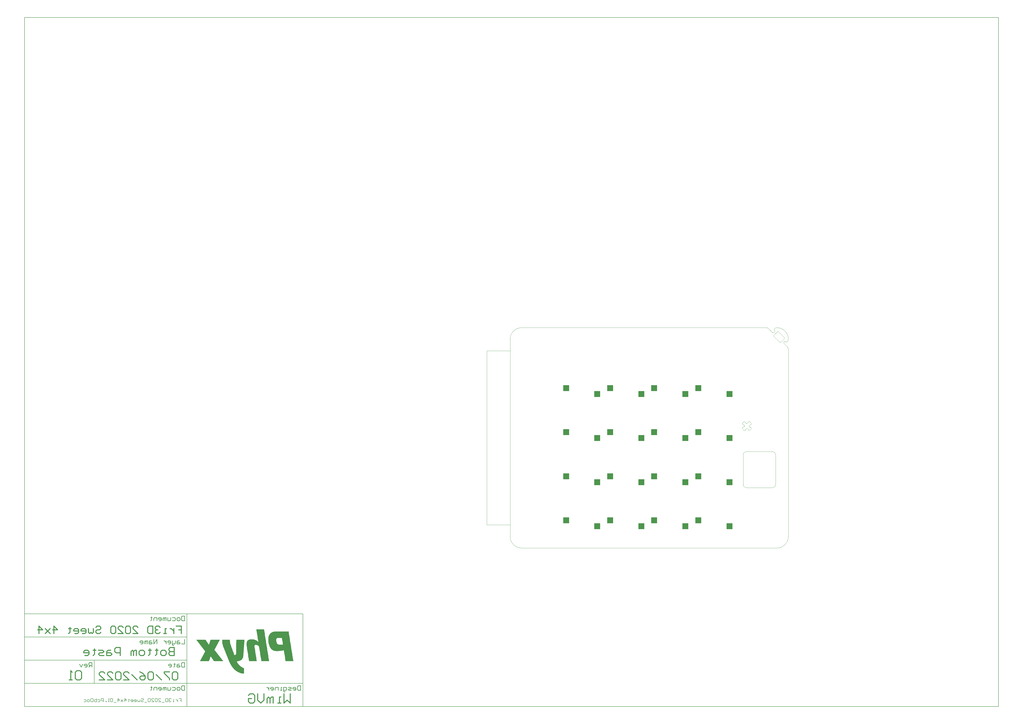
<source format=gbp>
G04*
G04 #@! TF.GenerationSoftware,Altium Limited,Altium Designer,22.6.0 (29)*
G04*
G04 Layer_Color=128*
%FSLAX25Y25*%
%MOIN*%
G70*
G04*
G04 #@! TF.SameCoordinates,49C09CC0-90A6-4759-90E3-BA1AF69BA4C5*
G04*
G04*
G04 #@! TF.FilePolarity,Positive*
G04*
G01*
G75*
%ADD12C,0.00787*%
%ADD14C,0.00394*%
%ADD16C,0.00984*%
%ADD17C,0.01575*%
%ADD62R,0.10039X0.09843*%
G36*
X67971Y-141778D02*
X66253D01*
Y-142065D01*
X65394D01*
Y-142351D01*
X64535D01*
Y-142637D01*
X63677D01*
Y-142924D01*
X63104D01*
Y-143210D01*
X62818D01*
Y-143496D01*
X62245D01*
Y-143783D01*
X61959D01*
Y-144069D01*
X61386D01*
Y-144355D01*
X61100D01*
Y-144641D01*
X60813D01*
Y-144928D01*
X60527D01*
Y-145214D01*
X60241D01*
Y-145501D01*
X59955D01*
Y-145787D01*
X59668D01*
Y-146073D01*
Y-146359D01*
X59382D01*
Y-146646D01*
X59096D01*
Y-146932D01*
Y-147218D01*
X58809D01*
Y-147505D01*
X58523D01*
Y-147791D01*
Y-148077D01*
X58237D01*
Y-148364D01*
Y-148650D01*
Y-148936D01*
X57950D01*
Y-149223D01*
Y-149509D01*
Y-149795D01*
X57664D01*
Y-150082D01*
Y-150368D01*
Y-150654D01*
Y-150940D01*
X57378D01*
Y-151227D01*
Y-151513D01*
Y-151799D01*
Y-152086D01*
Y-152372D01*
X57091D01*
Y-152658D01*
Y-152945D01*
Y-153231D01*
Y-153517D01*
Y-153804D01*
Y-154090D01*
Y-154376D01*
Y-154663D01*
Y-154949D01*
Y-155235D01*
Y-155521D01*
Y-155808D01*
Y-156094D01*
Y-156380D01*
Y-156667D01*
Y-156953D01*
Y-157239D01*
Y-157526D01*
Y-157812D01*
Y-158098D01*
X57378D01*
Y-158385D01*
Y-158671D01*
Y-158957D01*
Y-159244D01*
Y-159530D01*
Y-159816D01*
Y-160102D01*
X57664D01*
Y-160389D01*
Y-160675D01*
Y-160961D01*
Y-161248D01*
Y-161534D01*
X57950D01*
Y-161820D01*
Y-162107D01*
Y-162393D01*
Y-162679D01*
Y-162966D01*
X58237D01*
Y-163252D01*
Y-163538D01*
Y-163824D01*
X58523D01*
Y-164111D01*
Y-164397D01*
Y-164683D01*
Y-164970D01*
X58809D01*
Y-165256D01*
Y-165542D01*
Y-165829D01*
X59096D01*
Y-166115D01*
Y-166401D01*
X59382D01*
Y-166688D01*
Y-166974D01*
Y-167260D01*
X59668D01*
Y-167547D01*
Y-167833D01*
X59955D01*
Y-168119D01*
Y-168405D01*
X60241D01*
Y-168692D01*
Y-168978D01*
X60527D01*
Y-169264D01*
X60813D01*
Y-169551D01*
Y-169837D01*
X61100D01*
Y-170123D01*
X61386D01*
Y-170410D01*
X61672D01*
Y-170696D01*
Y-170982D01*
X61959D01*
Y-171269D01*
X62245D01*
Y-171555D01*
X62531D01*
Y-171841D01*
X62818D01*
Y-172127D01*
X63104D01*
Y-172414D01*
X63677D01*
Y-172700D01*
X63963D01*
Y-172986D01*
X64535D01*
Y-173273D01*
X64822D01*
Y-173559D01*
X65394D01*
Y-173845D01*
X66253D01*
Y-174132D01*
X67112D01*
Y-174418D01*
X67971D01*
Y-174704D01*
X69689D01*
Y-174991D01*
X74843D01*
Y-174704D01*
X77420D01*
Y-174418D01*
X79424D01*
Y-174132D01*
X80855D01*
Y-173845D01*
X82287D01*
Y-173559D01*
X83719D01*
Y-173845D01*
Y-174132D01*
Y-174418D01*
Y-174704D01*
Y-174991D01*
Y-175277D01*
Y-175563D01*
X84005D01*
Y-175850D01*
Y-176136D01*
Y-176422D01*
Y-176709D01*
Y-176995D01*
Y-177281D01*
X84291D01*
Y-177568D01*
Y-177854D01*
Y-178140D01*
Y-178426D01*
Y-178713D01*
Y-178999D01*
X84577D01*
Y-179285D01*
Y-179572D01*
Y-179858D01*
Y-180144D01*
Y-180431D01*
Y-180717D01*
Y-181003D01*
X84864D01*
Y-181290D01*
Y-181576D01*
Y-181862D01*
Y-182149D01*
Y-182435D01*
Y-182721D01*
X85150D01*
Y-183007D01*
Y-183294D01*
Y-183580D01*
Y-183866D01*
Y-184153D01*
Y-184439D01*
X85436D01*
Y-184725D01*
Y-185012D01*
Y-185298D01*
Y-185584D01*
Y-185871D01*
Y-186157D01*
Y-186443D01*
X85723D01*
Y-186730D01*
Y-187016D01*
Y-187302D01*
Y-187588D01*
Y-187875D01*
Y-188161D01*
X86009D01*
Y-188447D01*
Y-188734D01*
Y-189020D01*
Y-189306D01*
Y-189593D01*
Y-189879D01*
X86295D01*
Y-190165D01*
Y-190452D01*
Y-190738D01*
Y-191024D01*
Y-191311D01*
Y-191597D01*
Y-191883D01*
X99752D01*
Y-191597D01*
X99466D01*
Y-191311D01*
Y-191024D01*
Y-190738D01*
Y-190452D01*
Y-190165D01*
X99179D01*
Y-189879D01*
Y-189593D01*
Y-189306D01*
Y-189020D01*
Y-188734D01*
Y-188447D01*
Y-188161D01*
X98893D01*
Y-187875D01*
Y-187588D01*
Y-187302D01*
Y-187016D01*
Y-186730D01*
Y-186443D01*
X98607D01*
Y-186157D01*
Y-185871D01*
Y-185584D01*
Y-185298D01*
Y-185012D01*
Y-184725D01*
X98320D01*
Y-184439D01*
Y-184153D01*
Y-183866D01*
Y-183580D01*
Y-183294D01*
Y-183007D01*
Y-182721D01*
X98034D01*
Y-182435D01*
Y-182149D01*
Y-181862D01*
Y-181576D01*
Y-181290D01*
Y-181003D01*
X97748D01*
Y-180717D01*
Y-180431D01*
Y-180144D01*
Y-179858D01*
Y-179572D01*
Y-179285D01*
X97461D01*
Y-178999D01*
Y-178713D01*
Y-178426D01*
Y-178140D01*
Y-177854D01*
Y-177568D01*
X97175D01*
Y-177281D01*
Y-176995D01*
Y-176709D01*
Y-176422D01*
Y-176136D01*
Y-175850D01*
Y-175563D01*
X96889D01*
Y-175277D01*
Y-174991D01*
Y-174704D01*
Y-174418D01*
Y-174132D01*
Y-173845D01*
X96602D01*
Y-173559D01*
Y-173273D01*
Y-172986D01*
Y-172700D01*
Y-172414D01*
Y-172127D01*
X96316D01*
Y-171841D01*
Y-171555D01*
Y-171269D01*
Y-170982D01*
Y-170696D01*
Y-170410D01*
X96030D01*
Y-170123D01*
Y-169837D01*
Y-169551D01*
Y-169264D01*
Y-168978D01*
Y-168692D01*
Y-168405D01*
X95744D01*
Y-168119D01*
Y-167833D01*
Y-167547D01*
Y-167260D01*
Y-166974D01*
Y-166688D01*
X95457D01*
Y-166401D01*
Y-166115D01*
Y-165829D01*
Y-165542D01*
Y-165256D01*
Y-164970D01*
X95171D01*
Y-164683D01*
Y-164397D01*
Y-164111D01*
Y-163824D01*
Y-163538D01*
Y-163252D01*
Y-162966D01*
X94885D01*
Y-162679D01*
Y-162393D01*
Y-162107D01*
Y-161820D01*
Y-161534D01*
Y-161248D01*
X94598D01*
Y-160961D01*
Y-160675D01*
Y-160389D01*
Y-160102D01*
Y-159816D01*
Y-159530D01*
X94312D01*
Y-159244D01*
Y-158957D01*
Y-158671D01*
Y-158385D01*
Y-158098D01*
Y-157812D01*
X94026D01*
Y-157526D01*
Y-157239D01*
Y-156953D01*
Y-156667D01*
Y-156380D01*
Y-156094D01*
Y-155808D01*
X93739D01*
Y-155521D01*
Y-155235D01*
Y-154949D01*
Y-154663D01*
Y-154376D01*
Y-154090D01*
X93453D01*
Y-153804D01*
Y-153517D01*
Y-153231D01*
Y-152945D01*
Y-152658D01*
Y-152372D01*
X93167D01*
Y-152086D01*
Y-151799D01*
Y-151513D01*
Y-151227D01*
Y-150940D01*
Y-150654D01*
Y-150368D01*
X92880D01*
Y-150082D01*
Y-149795D01*
Y-149509D01*
Y-149223D01*
Y-148936D01*
Y-148650D01*
X92594D01*
Y-148364D01*
Y-148077D01*
Y-147791D01*
Y-147505D01*
Y-147218D01*
Y-146932D01*
X92308D01*
Y-146646D01*
Y-146359D01*
Y-146073D01*
Y-145787D01*
Y-145501D01*
Y-145214D01*
Y-144928D01*
X92022D01*
Y-144641D01*
Y-144355D01*
Y-144069D01*
Y-143783D01*
Y-143496D01*
Y-143210D01*
X91735D01*
Y-142924D01*
Y-142637D01*
Y-142351D01*
Y-142065D01*
Y-141778D01*
Y-141492D01*
X67971D01*
Y-141778D01*
D02*
G37*
G36*
X36763Y-138343D02*
Y-138629D01*
X37049D01*
Y-138915D01*
Y-139202D01*
Y-139488D01*
Y-139774D01*
Y-140060D01*
Y-140347D01*
X37336D01*
Y-140633D01*
Y-140919D01*
Y-141206D01*
Y-141492D01*
Y-141778D01*
Y-142065D01*
X37622D01*
Y-142351D01*
Y-142637D01*
Y-142924D01*
Y-143210D01*
Y-143496D01*
Y-143783D01*
Y-144069D01*
X37908D01*
Y-144355D01*
Y-144641D01*
Y-144928D01*
Y-145214D01*
Y-145501D01*
Y-145787D01*
X38195D01*
Y-146073D01*
Y-146359D01*
Y-146646D01*
Y-146932D01*
Y-147218D01*
Y-147505D01*
X38481D01*
Y-147791D01*
Y-148077D01*
Y-148364D01*
Y-148650D01*
Y-148936D01*
Y-149223D01*
Y-149509D01*
X38767D01*
Y-149795D01*
Y-150082D01*
Y-150368D01*
Y-150654D01*
Y-150940D01*
Y-151227D01*
X39054D01*
Y-151513D01*
Y-151799D01*
Y-152086D01*
Y-152372D01*
Y-152658D01*
Y-152945D01*
X39340D01*
Y-153231D01*
Y-153517D01*
Y-153804D01*
Y-154090D01*
Y-154376D01*
Y-154663D01*
X39626D01*
Y-154949D01*
Y-155235D01*
Y-155521D01*
Y-155808D01*
Y-156094D01*
Y-156380D01*
Y-156667D01*
X39913D01*
Y-156953D01*
Y-157239D01*
Y-157526D01*
Y-157812D01*
Y-158098D01*
Y-158385D01*
X40199D01*
Y-158671D01*
Y-158957D01*
X39626D01*
Y-158671D01*
X39340D01*
Y-158385D01*
X39054D01*
Y-158098D01*
X38481D01*
Y-157812D01*
X38195D01*
Y-157526D01*
X37908D01*
Y-157239D01*
X37336D01*
Y-156953D01*
X36763D01*
Y-156667D01*
X36477D01*
Y-156380D01*
X35904D01*
Y-156094D01*
X35045D01*
Y-155808D01*
X34473D01*
Y-155521D01*
X33614D01*
Y-155235D01*
X32182D01*
Y-154949D01*
X25883D01*
Y-155235D01*
X24738D01*
Y-155521D01*
X23879D01*
Y-155808D01*
X23306D01*
Y-156094D01*
X23020D01*
Y-156380D01*
X22447D01*
Y-156667D01*
X22161D01*
Y-156953D01*
X21875D01*
Y-157239D01*
X21589D01*
Y-157526D01*
X21302D01*
Y-157812D01*
Y-158098D01*
X21016D01*
Y-158385D01*
Y-158671D01*
X20730D01*
Y-158957D01*
Y-159244D01*
Y-159530D01*
X20443D01*
Y-159816D01*
Y-160102D01*
Y-160389D01*
Y-160675D01*
X20157D01*
Y-160961D01*
Y-161248D01*
Y-161534D01*
Y-161820D01*
Y-162107D01*
Y-162393D01*
Y-162679D01*
Y-162966D01*
Y-163252D01*
Y-163538D01*
Y-163824D01*
Y-164111D01*
Y-164397D01*
Y-164683D01*
Y-164970D01*
Y-165256D01*
Y-165542D01*
Y-165829D01*
X20443D01*
Y-166115D01*
Y-166401D01*
Y-166688D01*
Y-166974D01*
Y-167260D01*
Y-167547D01*
Y-167833D01*
X20730D01*
Y-168119D01*
Y-168405D01*
Y-168692D01*
Y-168978D01*
Y-169264D01*
Y-169551D01*
Y-169837D01*
X21016D01*
Y-170123D01*
Y-170410D01*
Y-170696D01*
Y-170982D01*
Y-171269D01*
Y-171555D01*
X21302D01*
Y-171841D01*
Y-172127D01*
Y-172414D01*
Y-172700D01*
Y-172986D01*
Y-173273D01*
X21589D01*
Y-173559D01*
Y-173845D01*
Y-174132D01*
Y-174418D01*
Y-174704D01*
Y-174991D01*
X21875D01*
Y-175277D01*
Y-175563D01*
Y-175850D01*
Y-176136D01*
Y-176422D01*
Y-176709D01*
Y-176995D01*
X22161D01*
Y-177281D01*
Y-177568D01*
Y-177854D01*
Y-178140D01*
Y-178426D01*
Y-178713D01*
X22447D01*
Y-178999D01*
Y-179285D01*
Y-179572D01*
Y-179858D01*
Y-180144D01*
Y-180431D01*
X22734D01*
Y-180717D01*
Y-181003D01*
Y-181290D01*
Y-181576D01*
Y-181862D01*
Y-182149D01*
Y-182435D01*
X23020D01*
Y-182721D01*
Y-183007D01*
Y-183294D01*
Y-183580D01*
Y-183866D01*
Y-184153D01*
X23306D01*
Y-184439D01*
Y-184725D01*
Y-185012D01*
Y-185298D01*
Y-185584D01*
Y-185871D01*
X23593D01*
Y-186157D01*
Y-186443D01*
Y-186730D01*
Y-187016D01*
Y-187302D01*
Y-187588D01*
X23879D01*
Y-187875D01*
Y-188161D01*
Y-188447D01*
Y-188734D01*
Y-189020D01*
Y-189306D01*
Y-189593D01*
X24165D01*
Y-189879D01*
Y-190165D01*
Y-190452D01*
Y-190738D01*
Y-191024D01*
Y-191311D01*
X24452D01*
Y-191597D01*
Y-191883D01*
X37622D01*
Y-191597D01*
Y-191311D01*
X37336D01*
Y-191024D01*
Y-190738D01*
Y-190452D01*
Y-190165D01*
Y-189879D01*
Y-189593D01*
X37049D01*
Y-189306D01*
Y-189020D01*
Y-188734D01*
Y-188447D01*
Y-188161D01*
Y-187875D01*
Y-187588D01*
X36763D01*
Y-187302D01*
Y-187016D01*
Y-186730D01*
Y-186443D01*
Y-186157D01*
Y-185871D01*
X36477D01*
Y-185584D01*
Y-185298D01*
Y-185012D01*
Y-184725D01*
Y-184439D01*
Y-184153D01*
X36191D01*
Y-183866D01*
Y-183580D01*
Y-183294D01*
Y-183007D01*
Y-182721D01*
Y-182435D01*
Y-182149D01*
X35904D01*
Y-181862D01*
Y-181576D01*
Y-181290D01*
Y-181003D01*
Y-180717D01*
Y-180431D01*
X35618D01*
Y-180144D01*
Y-179858D01*
Y-179572D01*
Y-179285D01*
Y-178999D01*
Y-178713D01*
Y-178426D01*
X35332D01*
Y-178140D01*
Y-177854D01*
Y-177568D01*
Y-177281D01*
Y-176995D01*
Y-176709D01*
X35045D01*
Y-176422D01*
Y-176136D01*
Y-175850D01*
Y-175563D01*
Y-175277D01*
Y-174991D01*
X34759D01*
Y-174704D01*
Y-174418D01*
Y-174132D01*
Y-173845D01*
Y-173559D01*
Y-173273D01*
X34473D01*
Y-172986D01*
Y-172700D01*
Y-172414D01*
Y-172127D01*
Y-171841D01*
Y-171555D01*
Y-171269D01*
X34186D01*
Y-170982D01*
Y-170696D01*
Y-170410D01*
Y-170123D01*
Y-169837D01*
Y-169551D01*
X33900D01*
Y-169264D01*
Y-168978D01*
Y-168692D01*
Y-168405D01*
Y-168119D01*
Y-167833D01*
Y-167547D01*
X33614D01*
Y-167260D01*
Y-166974D01*
Y-166688D01*
Y-166401D01*
Y-166115D01*
Y-165829D01*
X33900D01*
Y-165542D01*
Y-165256D01*
X34186D01*
Y-164970D01*
X34473D01*
Y-164683D01*
X35045D01*
Y-164397D01*
X36763D01*
Y-164683D01*
X38195D01*
Y-164970D01*
X39054D01*
Y-165256D01*
X39626D01*
Y-165542D01*
X39913D01*
Y-165829D01*
X40485D01*
Y-166115D01*
X40771D01*
Y-166401D01*
X41058D01*
Y-166688D01*
Y-166974D01*
X41344D01*
Y-167260D01*
Y-167547D01*
Y-167833D01*
X41631D01*
Y-168119D01*
Y-168405D01*
Y-168692D01*
Y-168978D01*
Y-169264D01*
Y-169551D01*
X41917D01*
Y-169837D01*
Y-170123D01*
Y-170410D01*
Y-170696D01*
Y-170982D01*
Y-171269D01*
Y-171555D01*
X42203D01*
Y-171841D01*
Y-172127D01*
Y-172414D01*
Y-172700D01*
Y-172986D01*
Y-173273D01*
X42489D01*
Y-173559D01*
Y-173845D01*
Y-174132D01*
Y-174418D01*
Y-174704D01*
Y-174991D01*
X42776D01*
Y-175277D01*
Y-175563D01*
Y-175850D01*
Y-176136D01*
Y-176422D01*
Y-176709D01*
X43062D01*
Y-176995D01*
Y-177281D01*
Y-177568D01*
Y-177854D01*
Y-178140D01*
Y-178426D01*
Y-178713D01*
X43348D01*
Y-178999D01*
Y-179285D01*
Y-179572D01*
Y-179858D01*
Y-180144D01*
Y-180431D01*
X43635D01*
Y-180717D01*
Y-181003D01*
Y-181290D01*
Y-181576D01*
Y-181862D01*
Y-182149D01*
X43921D01*
Y-182435D01*
Y-182721D01*
Y-183007D01*
Y-183294D01*
Y-183580D01*
Y-183866D01*
Y-184153D01*
X44207D01*
Y-184439D01*
Y-184725D01*
Y-185012D01*
Y-185298D01*
Y-185584D01*
Y-185871D01*
X44494D01*
Y-186157D01*
Y-186443D01*
Y-186730D01*
Y-187016D01*
Y-187302D01*
Y-187588D01*
X44780D01*
Y-187875D01*
Y-188161D01*
Y-188447D01*
Y-188734D01*
Y-189020D01*
Y-189306D01*
X45066D01*
Y-189593D01*
Y-189879D01*
Y-190165D01*
Y-190452D01*
Y-190738D01*
Y-191024D01*
Y-191311D01*
X45353D01*
Y-191597D01*
Y-191883D01*
X58523D01*
Y-191597D01*
Y-191311D01*
X58237D01*
Y-191024D01*
Y-190738D01*
Y-190452D01*
Y-190165D01*
Y-189879D01*
Y-189593D01*
Y-189306D01*
X57950D01*
Y-189020D01*
Y-188734D01*
Y-188447D01*
Y-188161D01*
Y-187875D01*
Y-187588D01*
X57664D01*
Y-187302D01*
Y-187016D01*
Y-186730D01*
Y-186443D01*
Y-186157D01*
Y-185871D01*
X57378D01*
Y-185584D01*
Y-185298D01*
Y-185012D01*
Y-184725D01*
Y-184439D01*
Y-184153D01*
Y-183866D01*
X57091D01*
Y-183580D01*
Y-183294D01*
Y-183007D01*
Y-182721D01*
Y-182435D01*
Y-182149D01*
X56805D01*
Y-181862D01*
Y-181576D01*
Y-181290D01*
Y-181003D01*
Y-180717D01*
Y-180431D01*
X56519D01*
Y-180144D01*
Y-179858D01*
Y-179572D01*
Y-179285D01*
Y-178999D01*
Y-178713D01*
X56232D01*
Y-178426D01*
Y-178140D01*
Y-177854D01*
Y-177568D01*
Y-177281D01*
Y-176995D01*
Y-176709D01*
X55946D01*
Y-176422D01*
Y-176136D01*
Y-175850D01*
Y-175563D01*
Y-175277D01*
Y-174991D01*
X55660D01*
Y-174704D01*
Y-174418D01*
Y-174132D01*
Y-173845D01*
Y-173559D01*
Y-173273D01*
X55374D01*
Y-172986D01*
Y-172700D01*
Y-172414D01*
Y-172127D01*
Y-171841D01*
Y-171555D01*
Y-171269D01*
X55087D01*
Y-170982D01*
Y-170696D01*
Y-170410D01*
Y-170123D01*
Y-169837D01*
Y-169551D01*
X54801D01*
Y-169264D01*
Y-168978D01*
Y-168692D01*
Y-168405D01*
Y-168119D01*
Y-167833D01*
X54514D01*
Y-167547D01*
Y-167260D01*
Y-166974D01*
Y-166688D01*
Y-166401D01*
Y-166115D01*
X54228D01*
Y-165829D01*
Y-165542D01*
Y-165256D01*
Y-164970D01*
Y-164683D01*
Y-164397D01*
Y-164111D01*
X53942D01*
Y-163824D01*
Y-163538D01*
Y-163252D01*
Y-162966D01*
Y-162679D01*
Y-162393D01*
X53656D01*
Y-162107D01*
Y-161820D01*
Y-161534D01*
Y-161248D01*
Y-160961D01*
Y-160675D01*
X53369D01*
Y-160389D01*
Y-160102D01*
Y-159816D01*
Y-159530D01*
Y-159244D01*
Y-158957D01*
X53083D01*
Y-158671D01*
Y-158385D01*
Y-158098D01*
Y-157812D01*
Y-157526D01*
Y-157239D01*
Y-156953D01*
X52797D01*
Y-156667D01*
Y-156380D01*
Y-156094D01*
Y-155808D01*
Y-155521D01*
Y-155235D01*
X52510D01*
Y-154949D01*
Y-154663D01*
Y-154376D01*
Y-154090D01*
Y-153804D01*
Y-153517D01*
X52224D01*
Y-153231D01*
Y-152945D01*
Y-152658D01*
Y-152372D01*
Y-152086D01*
Y-151799D01*
Y-151513D01*
X51938D01*
Y-151227D01*
Y-150940D01*
Y-150654D01*
Y-150368D01*
Y-150082D01*
Y-149795D01*
X51651D01*
Y-149509D01*
Y-149223D01*
Y-148936D01*
Y-148650D01*
Y-148364D01*
Y-148077D01*
X51365D01*
Y-147791D01*
Y-147505D01*
Y-147218D01*
Y-146932D01*
Y-146646D01*
Y-146359D01*
X51079D01*
Y-146073D01*
Y-145787D01*
Y-145501D01*
Y-145214D01*
Y-144928D01*
Y-144641D01*
Y-144355D01*
X50792D01*
Y-144069D01*
Y-143783D01*
Y-143496D01*
Y-143210D01*
Y-142924D01*
Y-142637D01*
X50506D01*
Y-142351D01*
Y-142065D01*
Y-141778D01*
Y-141492D01*
Y-141206D01*
Y-140919D01*
X50220D01*
Y-140633D01*
Y-140347D01*
Y-140060D01*
Y-139774D01*
Y-139488D01*
Y-139202D01*
Y-138915D01*
X49934D01*
Y-138629D01*
Y-138343D01*
Y-138056D01*
X36763D01*
Y-138343D01*
D02*
G37*
G36*
X-65164Y-155808D02*
X-64878D01*
Y-156094D01*
X-64592D01*
Y-156380D01*
Y-156667D01*
X-64305D01*
Y-156953D01*
X-64019D01*
Y-157239D01*
X-63733D01*
Y-157526D01*
Y-157812D01*
X-63446D01*
Y-158098D01*
X-63160D01*
Y-158385D01*
X-62874D01*
Y-158671D01*
X-62587D01*
Y-158957D01*
Y-159244D01*
X-62301D01*
Y-159530D01*
X-62015D01*
Y-159816D01*
X-61729D01*
Y-160102D01*
Y-160389D01*
X-61442D01*
Y-160675D01*
X-61156D01*
Y-160961D01*
X-60869D01*
Y-161248D01*
X-60583D01*
Y-161534D01*
Y-161820D01*
X-60297D01*
Y-162107D01*
X-60011D01*
Y-162393D01*
X-59724D01*
Y-162679D01*
Y-162966D01*
X-59438D01*
Y-163252D01*
X-59152D01*
Y-163538D01*
X-58865D01*
Y-163824D01*
Y-164111D01*
X-58579D01*
Y-164397D01*
X-58293D01*
Y-164683D01*
X-58006D01*
Y-164970D01*
X-57720D01*
Y-165256D01*
Y-165542D01*
X-57434D01*
Y-165829D01*
X-57148D01*
Y-166115D01*
X-56861D01*
Y-166401D01*
Y-166688D01*
X-56575D01*
Y-166974D01*
X-56288D01*
Y-167260D01*
X-56002D01*
Y-167547D01*
Y-167833D01*
X-55716D01*
Y-168119D01*
X-55430D01*
Y-168405D01*
X-55143D01*
Y-168692D01*
X-54857D01*
Y-168978D01*
Y-169264D01*
X-54571D01*
Y-169551D01*
X-54284D01*
Y-169837D01*
X-53998D01*
Y-170123D01*
Y-170410D01*
X-53712D01*
Y-170696D01*
X-53425D01*
Y-170982D01*
X-53139D01*
Y-171269D01*
Y-171555D01*
X-52853D01*
Y-171841D01*
X-52566D01*
Y-172127D01*
X-52280D01*
Y-172414D01*
X-51994D01*
Y-172700D01*
Y-172986D01*
X-51708D01*
Y-173273D01*
X-51421D01*
Y-173559D01*
X-51135D01*
Y-173845D01*
Y-174132D01*
X-50849D01*
Y-174418D01*
X-50562D01*
Y-174704D01*
X-50276D01*
Y-174991D01*
X-49990D01*
Y-175277D01*
Y-175563D01*
X-50276D01*
Y-175850D01*
Y-176136D01*
X-50562D01*
Y-176422D01*
Y-176709D01*
X-50849D01*
Y-176995D01*
X-51135D01*
Y-177281D01*
Y-177568D01*
X-51421D01*
Y-177854D01*
Y-178140D01*
X-51708D01*
Y-178426D01*
Y-178713D01*
X-51994D01*
Y-178999D01*
Y-179285D01*
X-52280D01*
Y-179572D01*
Y-179858D01*
X-52566D01*
Y-180144D01*
Y-180431D01*
X-52853D01*
Y-180717D01*
Y-181003D01*
X-53139D01*
Y-181290D01*
Y-181576D01*
X-53425D01*
Y-181862D01*
X-53712D01*
Y-182149D01*
Y-182435D01*
X-53998D01*
Y-182721D01*
Y-183007D01*
X-54284D01*
Y-183294D01*
Y-183580D01*
X-54571D01*
Y-183866D01*
Y-184153D01*
X-54857D01*
Y-184439D01*
Y-184725D01*
X-55143D01*
Y-185012D01*
Y-185298D01*
X-55430D01*
Y-185584D01*
Y-185871D01*
X-55716D01*
Y-186157D01*
X-56002D01*
Y-186443D01*
Y-186730D01*
X-56288D01*
Y-187016D01*
Y-187302D01*
X-56575D01*
Y-187588D01*
Y-187875D01*
X-56861D01*
Y-188161D01*
Y-188447D01*
X-57148D01*
Y-188734D01*
Y-189020D01*
X-57434D01*
Y-189306D01*
Y-189593D01*
X-57720D01*
Y-189879D01*
Y-190165D01*
X-58006D01*
Y-190452D01*
X-58293D01*
Y-190738D01*
Y-191024D01*
X-58579D01*
Y-191311D01*
Y-191597D01*
X-58865D01*
Y-191883D01*
X-43691D01*
Y-191597D01*
X-43404D01*
Y-191311D01*
Y-191024D01*
Y-190738D01*
X-43118D01*
Y-190452D01*
Y-190165D01*
Y-189879D01*
X-42832D01*
Y-189593D01*
Y-189306D01*
X-42546D01*
Y-189020D01*
Y-188734D01*
Y-188447D01*
X-42259D01*
Y-188161D01*
Y-187875D01*
Y-187588D01*
X-41973D01*
Y-187302D01*
Y-187016D01*
X-41687D01*
Y-186730D01*
Y-186443D01*
Y-186157D01*
X-41400D01*
Y-185871D01*
Y-185584D01*
Y-185298D01*
X-41114D01*
Y-185012D01*
Y-184725D01*
Y-184439D01*
X-40828D01*
Y-184153D01*
X-40255D01*
Y-184439D01*
Y-184725D01*
X-39969D01*
Y-185012D01*
X-39682D01*
Y-185298D01*
Y-185584D01*
X-39396D01*
Y-185871D01*
X-39110D01*
Y-186157D01*
Y-186443D01*
X-38823D01*
Y-186730D01*
X-38537D01*
Y-187016D01*
Y-187302D01*
X-38251D01*
Y-187588D01*
X-37964D01*
Y-187875D01*
X-37678D01*
Y-188161D01*
Y-188447D01*
X-37392D01*
Y-188734D01*
X-37106D01*
Y-189020D01*
Y-189306D01*
X-36819D01*
Y-189593D01*
X-36533D01*
Y-189879D01*
Y-190165D01*
X-36247D01*
Y-190452D01*
X-35960D01*
Y-190738D01*
Y-191024D01*
X-35674D01*
Y-191311D01*
X-35388D01*
Y-191597D01*
Y-191883D01*
X-19354D01*
Y-191597D01*
X-19640D01*
Y-191311D01*
X-19927D01*
Y-191024D01*
X-20213D01*
Y-190738D01*
X-20499D01*
Y-190452D01*
Y-190165D01*
X-20786D01*
Y-189879D01*
X-21072D01*
Y-189593D01*
X-21358D01*
Y-189306D01*
X-21645D01*
Y-189020D01*
Y-188734D01*
X-21931D01*
Y-188447D01*
X-22217D01*
Y-188161D01*
X-22504D01*
Y-187875D01*
Y-187588D01*
X-22790D01*
Y-187302D01*
X-23076D01*
Y-187016D01*
X-23362D01*
Y-186730D01*
X-23649D01*
Y-186443D01*
Y-186157D01*
X-23935D01*
Y-185871D01*
X-24221D01*
Y-185584D01*
X-24508D01*
Y-185298D01*
X-24794D01*
Y-185012D01*
Y-184725D01*
X-25080D01*
Y-184439D01*
X-25367D01*
Y-184153D01*
X-25653D01*
Y-183866D01*
Y-183580D01*
X-25939D01*
Y-183294D01*
X-26226D01*
Y-183007D01*
X-26512D01*
Y-182721D01*
X-26798D01*
Y-182435D01*
Y-182149D01*
X-27085D01*
Y-181862D01*
X-27371D01*
Y-181576D01*
X-27657D01*
Y-181290D01*
Y-181003D01*
X-27944D01*
Y-180717D01*
X-28230D01*
Y-180431D01*
X-28516D01*
Y-180144D01*
X-28802D01*
Y-179858D01*
Y-179572D01*
X-29089D01*
Y-179285D01*
X-29375D01*
Y-178999D01*
X-29661D01*
Y-178713D01*
Y-178426D01*
X-29948D01*
Y-178140D01*
X-30234D01*
Y-177854D01*
X-30520D01*
Y-177568D01*
X-30807D01*
Y-177281D01*
Y-176995D01*
X-31093D01*
Y-176709D01*
X-31379D01*
Y-176422D01*
X-31666D01*
Y-176136D01*
X-31952D01*
Y-175850D01*
Y-175563D01*
X-32238D01*
Y-175277D01*
X-32524D01*
Y-174991D01*
X-32811D01*
Y-174704D01*
Y-174418D01*
X-33097D01*
Y-174132D01*
X-33384D01*
Y-173845D01*
X-33670D01*
Y-173559D01*
X-33956D01*
Y-173273D01*
Y-172986D01*
X-34242D01*
Y-172700D01*
Y-172414D01*
Y-172127D01*
X-33956D01*
Y-171841D01*
X-33670D01*
Y-171555D01*
Y-171269D01*
X-33384D01*
Y-170982D01*
Y-170696D01*
X-33097D01*
Y-170410D01*
Y-170123D01*
X-32811D01*
Y-169837D01*
Y-169551D01*
X-32524D01*
Y-169264D01*
Y-168978D01*
X-32238D01*
Y-168692D01*
Y-168405D01*
X-31952D01*
Y-168119D01*
X-31666D01*
Y-167833D01*
Y-167547D01*
X-31379D01*
Y-167260D01*
Y-166974D01*
X-31093D01*
Y-166688D01*
Y-166401D01*
X-30807D01*
Y-166115D01*
Y-165829D01*
X-30520D01*
Y-165542D01*
Y-165256D01*
X-30234D01*
Y-164970D01*
Y-164683D01*
X-29948D01*
Y-164397D01*
X-29661D01*
Y-164111D01*
Y-163824D01*
X-29375D01*
Y-163538D01*
Y-163252D01*
X-29089D01*
Y-162966D01*
Y-162679D01*
X-28802D01*
Y-162393D01*
Y-162107D01*
X-28516D01*
Y-161820D01*
Y-161534D01*
X-28230D01*
Y-161248D01*
Y-160961D01*
X-27944D01*
Y-160675D01*
Y-160389D01*
X-27657D01*
Y-160102D01*
X-27371D01*
Y-159816D01*
Y-159530D01*
X-27085D01*
Y-159244D01*
Y-158957D01*
X-26798D01*
Y-158671D01*
Y-158385D01*
X-26512D01*
Y-158098D01*
Y-157812D01*
X-26226D01*
Y-157526D01*
Y-157239D01*
X-25939D01*
Y-156953D01*
Y-156667D01*
X-25653D01*
Y-156380D01*
X-25367D01*
Y-156094D01*
Y-155808D01*
X-25080D01*
Y-155521D01*
X-40828D01*
Y-155808D01*
X-41114D01*
Y-156094D01*
Y-156380D01*
Y-156667D01*
X-41400D01*
Y-156953D01*
Y-157239D01*
Y-157526D01*
X-41687D01*
Y-157812D01*
Y-158098D01*
Y-158385D01*
X-41973D01*
Y-158671D01*
Y-158957D01*
Y-159244D01*
X-42259D01*
Y-159530D01*
Y-159816D01*
Y-160102D01*
X-42546D01*
Y-160389D01*
Y-160675D01*
Y-160961D01*
X-42832D01*
Y-161248D01*
Y-161534D01*
Y-161820D01*
X-43118D01*
Y-162107D01*
Y-162393D01*
Y-162679D01*
X-43404D01*
Y-162966D01*
Y-163252D01*
Y-163538D01*
Y-163824D01*
X-43977D01*
Y-163538D01*
X-44263D01*
Y-163252D01*
X-44550D01*
Y-162966D01*
Y-162679D01*
X-44836D01*
Y-162393D01*
X-45122D01*
Y-162107D01*
Y-161820D01*
X-45409D01*
Y-161534D01*
X-45695D01*
Y-161248D01*
Y-160961D01*
X-45981D01*
Y-160675D01*
X-46268D01*
Y-160389D01*
Y-160102D01*
X-46554D01*
Y-159816D01*
X-46840D01*
Y-159530D01*
Y-159244D01*
X-47126D01*
Y-158957D01*
X-47413D01*
Y-158671D01*
Y-158385D01*
X-47699D01*
Y-158098D01*
X-47985D01*
Y-157812D01*
Y-157526D01*
X-48272D01*
Y-157239D01*
X-48558D01*
Y-156953D01*
Y-156667D01*
X-48844D01*
Y-156380D01*
X-49131D01*
Y-156094D01*
Y-155808D01*
X-49417D01*
Y-155521D01*
X-65164D01*
Y-155808D01*
D02*
G37*
G36*
X-21072D02*
Y-156094D01*
Y-156380D01*
Y-156667D01*
Y-156953D01*
Y-157239D01*
Y-157526D01*
Y-157812D01*
Y-158098D01*
Y-158385D01*
Y-158671D01*
Y-158957D01*
Y-159244D01*
Y-159530D01*
Y-159816D01*
Y-160102D01*
Y-160389D01*
Y-160675D01*
Y-160961D01*
Y-161248D01*
Y-161534D01*
X-20786D01*
Y-161820D01*
Y-162107D01*
Y-162393D01*
Y-162679D01*
Y-162966D01*
X-20499D01*
Y-163252D01*
Y-163538D01*
Y-163824D01*
Y-164111D01*
X-20213D01*
Y-164397D01*
Y-164683D01*
Y-164970D01*
Y-165256D01*
X-19927D01*
Y-165542D01*
Y-165829D01*
Y-166115D01*
X-19640D01*
Y-166401D01*
Y-166688D01*
Y-166974D01*
X-19354D01*
Y-167260D01*
Y-167547D01*
Y-167833D01*
X-19068D01*
Y-168119D01*
Y-168405D01*
Y-168692D01*
X-18781D01*
Y-168978D01*
Y-169264D01*
X-18495D01*
Y-169551D01*
Y-169837D01*
X-18209D01*
Y-170123D01*
Y-170410D01*
Y-170696D01*
X-17923D01*
Y-170982D01*
Y-171269D01*
X-17636D01*
Y-171555D01*
Y-171841D01*
Y-172127D01*
X-17350D01*
Y-172414D01*
Y-172700D01*
X-17064D01*
Y-172986D01*
Y-173273D01*
Y-173559D01*
X-16777D01*
Y-173845D01*
Y-174132D01*
X-16491D01*
Y-174418D01*
Y-174704D01*
Y-174991D01*
X-16205D01*
Y-175277D01*
Y-175563D01*
X-15918D01*
Y-175850D01*
Y-176136D01*
Y-176422D01*
X-15632D01*
Y-176709D01*
Y-176995D01*
X-15346D01*
Y-177281D01*
Y-177568D01*
Y-177854D01*
X-15059D01*
Y-178140D01*
Y-178426D01*
X-14773D01*
Y-178713D01*
Y-178999D01*
Y-179285D01*
X-14487D01*
Y-179572D01*
Y-179858D01*
X-14200D01*
Y-180144D01*
Y-180431D01*
Y-180717D01*
X-13914D01*
Y-181003D01*
Y-181290D01*
X-13628D01*
Y-181576D01*
Y-181862D01*
Y-182149D01*
X-13342D01*
Y-182435D01*
Y-182721D01*
X-13055D01*
Y-183007D01*
Y-183294D01*
Y-183580D01*
X-12769D01*
Y-183866D01*
Y-184153D01*
X-12483D01*
Y-184439D01*
Y-184725D01*
Y-185012D01*
X-12196D01*
Y-185298D01*
Y-185584D01*
X-11910D01*
Y-185871D01*
Y-186157D01*
Y-186443D01*
X-11624D01*
Y-186730D01*
Y-187016D01*
X-11337D01*
Y-187302D01*
Y-187588D01*
Y-187875D01*
X-11051D01*
Y-188161D01*
Y-188447D01*
X-10765D01*
Y-188734D01*
Y-189020D01*
Y-189306D01*
X-10479D01*
Y-189593D01*
Y-189879D01*
X-10192D01*
Y-190165D01*
Y-190452D01*
Y-190738D01*
X-9906D01*
Y-191024D01*
Y-191311D01*
X-9619D01*
Y-191597D01*
Y-191883D01*
Y-192169D01*
X-9333D01*
Y-192456D01*
Y-192742D01*
X-9047D01*
Y-193028D01*
Y-193315D01*
X-8761D01*
Y-193601D01*
Y-193887D01*
X-8474D01*
Y-194174D01*
Y-194460D01*
Y-194746D01*
X-8188D01*
Y-195033D01*
X-7902D01*
Y-195319D01*
Y-195605D01*
Y-195891D01*
X-7615D01*
Y-196178D01*
X-7329D01*
Y-196464D01*
Y-196750D01*
X-7043D01*
Y-197037D01*
Y-197323D01*
X-6756D01*
Y-197609D01*
Y-197896D01*
X-6470D01*
Y-198182D01*
Y-198468D01*
X-6184D01*
Y-198755D01*
X-5897D01*
Y-199041D01*
Y-199327D01*
X-5611D01*
Y-199614D01*
Y-199900D01*
X-5325D01*
Y-200186D01*
X-5038D01*
Y-200472D01*
X-4752D01*
Y-200759D01*
Y-201045D01*
X-4466D01*
Y-201331D01*
X-4180D01*
Y-201618D01*
Y-201904D01*
X-3893D01*
Y-202190D01*
X-3607D01*
Y-202477D01*
X-3321D01*
Y-202763D01*
Y-203049D01*
X-3034D01*
Y-203336D01*
X-2748D01*
Y-203622D01*
X-2462D01*
Y-203908D01*
X-2175D01*
Y-204195D01*
X-1889D01*
Y-204481D01*
Y-204767D01*
X-1603D01*
Y-205053D01*
X-1316D01*
Y-205340D01*
X-1030D01*
Y-205626D01*
X-744D01*
Y-205912D01*
X-458D01*
Y-206199D01*
X-171D01*
Y-206485D01*
X115D01*
Y-206771D01*
X688D01*
Y-207058D01*
X974D01*
Y-207344D01*
X1260D01*
Y-207630D01*
X1547D01*
Y-207917D01*
X1833D01*
Y-208203D01*
X2406D01*
Y-208489D01*
X2692D01*
Y-208776D01*
X3264D01*
Y-209062D01*
X3551D01*
Y-209348D01*
X4123D01*
Y-209634D01*
X4410D01*
Y-209921D01*
X4982D01*
Y-210207D01*
X5555D01*
Y-210493D01*
X6128D01*
Y-210780D01*
X6700D01*
Y-211066D01*
X7273D01*
Y-211352D01*
X8132D01*
Y-211639D01*
X8704D01*
Y-211925D01*
X9563D01*
Y-212211D01*
X10709D01*
Y-212498D01*
X11854D01*
Y-212784D01*
X13572D01*
Y-213070D01*
X15576D01*
Y-213357D01*
X15862D01*
Y-213070D01*
Y-212784D01*
Y-212498D01*
Y-212211D01*
Y-211925D01*
Y-211639D01*
Y-211352D01*
Y-211066D01*
Y-210780D01*
Y-210493D01*
Y-210207D01*
Y-209921D01*
Y-209634D01*
Y-209348D01*
Y-209062D01*
Y-208776D01*
Y-208489D01*
Y-208203D01*
Y-207917D01*
Y-207630D01*
Y-207344D01*
Y-207058D01*
Y-206771D01*
Y-206485D01*
Y-206199D01*
Y-205912D01*
Y-205626D01*
Y-205340D01*
Y-205053D01*
Y-204767D01*
Y-204481D01*
Y-204195D01*
Y-203908D01*
X15290D01*
Y-203622D01*
X14717D01*
Y-203336D01*
X14144D01*
Y-203049D01*
X13572D01*
Y-202763D01*
X12999D01*
Y-202477D01*
X12427D01*
Y-202190D01*
X12140D01*
Y-201904D01*
X11568D01*
Y-201618D01*
X11281D01*
Y-201331D01*
X10709D01*
Y-201045D01*
X10422D01*
Y-200759D01*
X10136D01*
Y-200472D01*
X9563D01*
Y-200186D01*
X9277D01*
Y-199900D01*
X8991D01*
Y-199614D01*
X8704D01*
Y-199327D01*
X8418D01*
Y-199041D01*
X8132D01*
Y-198755D01*
X7846D01*
Y-198468D01*
X7559D01*
Y-198182D01*
X7273D01*
Y-197896D01*
X6987D01*
Y-197609D01*
X6700D01*
Y-197323D01*
X6414D01*
Y-197037D01*
Y-196750D01*
X6128D01*
Y-196464D01*
X5841D01*
Y-196178D01*
X5555D01*
Y-195891D01*
Y-195605D01*
X5269D01*
Y-195319D01*
X4982D01*
Y-195033D01*
Y-194746D01*
X4696D01*
Y-194460D01*
Y-194174D01*
X4410D01*
Y-193887D01*
X4123D01*
Y-193601D01*
Y-193315D01*
X3837D01*
Y-193028D01*
Y-192742D01*
X3551D01*
Y-192456D01*
Y-192169D01*
X5269D01*
Y-191883D01*
X7273D01*
Y-191597D01*
X8418D01*
Y-191311D01*
X8991D01*
Y-191024D01*
X9850D01*
Y-190738D01*
X10422D01*
Y-190452D01*
X10709D01*
Y-190165D01*
X11281D01*
Y-189879D01*
X11568D01*
Y-189593D01*
X11854D01*
Y-189306D01*
X12140D01*
Y-189020D01*
X12427D01*
Y-188734D01*
X12713D01*
Y-188447D01*
Y-188161D01*
X12999D01*
Y-187875D01*
X13285D01*
Y-187588D01*
Y-187302D01*
X13572D01*
Y-187016D01*
Y-186730D01*
X13858D01*
Y-186443D01*
Y-186157D01*
X14144D01*
Y-185871D01*
Y-185584D01*
Y-185298D01*
X14431D01*
Y-185012D01*
Y-184725D01*
Y-184439D01*
Y-184153D01*
X14717D01*
Y-183866D01*
Y-183580D01*
Y-183294D01*
Y-183007D01*
Y-182721D01*
Y-182435D01*
Y-182149D01*
X15003D01*
Y-181862D01*
Y-181576D01*
Y-181290D01*
Y-181003D01*
Y-180717D01*
Y-180431D01*
Y-180144D01*
Y-179858D01*
Y-179572D01*
Y-179285D01*
Y-178999D01*
Y-178713D01*
Y-178426D01*
Y-178140D01*
Y-177854D01*
X15290D01*
Y-177568D01*
Y-177281D01*
Y-176995D01*
Y-176709D01*
Y-176422D01*
Y-176136D01*
Y-175850D01*
Y-175563D01*
Y-175277D01*
Y-174991D01*
Y-174704D01*
Y-174418D01*
Y-174132D01*
Y-173845D01*
Y-173559D01*
X15576D01*
Y-173273D01*
Y-172986D01*
Y-172700D01*
Y-172414D01*
Y-172127D01*
Y-171841D01*
Y-171555D01*
Y-171269D01*
Y-170982D01*
Y-170696D01*
Y-170410D01*
Y-170123D01*
Y-169837D01*
Y-169551D01*
Y-169264D01*
Y-168978D01*
X15862D01*
Y-168692D01*
Y-168405D01*
Y-168119D01*
Y-167833D01*
Y-167547D01*
Y-167260D01*
Y-166974D01*
Y-166688D01*
Y-166401D01*
Y-166115D01*
Y-165829D01*
Y-165542D01*
Y-165256D01*
Y-164970D01*
Y-164683D01*
Y-164397D01*
X16149D01*
Y-164111D01*
Y-163824D01*
Y-163538D01*
Y-163252D01*
Y-162966D01*
Y-162679D01*
Y-162393D01*
Y-162107D01*
Y-161820D01*
Y-161534D01*
Y-161248D01*
Y-160961D01*
Y-160675D01*
Y-160389D01*
X16435D01*
Y-160102D01*
Y-159816D01*
Y-159530D01*
Y-159244D01*
Y-158957D01*
Y-158671D01*
Y-158385D01*
Y-158098D01*
Y-157812D01*
Y-157526D01*
Y-157239D01*
Y-156953D01*
Y-156667D01*
Y-156380D01*
Y-156094D01*
Y-155808D01*
X16721D01*
Y-155521D01*
X2978D01*
Y-155808D01*
Y-156094D01*
Y-156380D01*
Y-156667D01*
Y-156953D01*
Y-157239D01*
Y-157526D01*
Y-157812D01*
Y-158098D01*
Y-158385D01*
Y-158671D01*
Y-158957D01*
Y-159244D01*
Y-159530D01*
X2692D01*
Y-159816D01*
Y-160102D01*
Y-160389D01*
Y-160675D01*
Y-160961D01*
Y-161248D01*
Y-161534D01*
Y-161820D01*
Y-162107D01*
Y-162393D01*
Y-162679D01*
Y-162966D01*
Y-163252D01*
Y-163538D01*
Y-163824D01*
Y-164111D01*
Y-164397D01*
Y-164683D01*
Y-164970D01*
Y-165256D01*
Y-165542D01*
Y-165829D01*
Y-166115D01*
Y-166401D01*
Y-166688D01*
Y-166974D01*
Y-167260D01*
Y-167547D01*
Y-167833D01*
Y-168119D01*
Y-168405D01*
Y-168692D01*
Y-168978D01*
Y-169264D01*
Y-169551D01*
Y-169837D01*
Y-170123D01*
Y-170410D01*
Y-170696D01*
Y-170982D01*
Y-171269D01*
X2406D01*
Y-171555D01*
X2692D01*
Y-171841D01*
Y-172127D01*
X2406D01*
Y-172414D01*
Y-172700D01*
Y-172986D01*
Y-173273D01*
Y-173559D01*
Y-173845D01*
Y-174132D01*
Y-174418D01*
Y-174704D01*
Y-174991D01*
Y-175277D01*
Y-175563D01*
Y-175850D01*
Y-176136D01*
Y-176422D01*
Y-176709D01*
Y-176995D01*
Y-177281D01*
Y-177568D01*
Y-177854D01*
Y-178140D01*
Y-178426D01*
Y-178713D01*
Y-178999D01*
Y-179285D01*
Y-179572D01*
X2119D01*
Y-179858D01*
Y-180144D01*
Y-180431D01*
X1833D01*
Y-180717D01*
X1547D01*
Y-181003D01*
X1260D01*
Y-181290D01*
X401D01*
Y-181576D01*
X-458D01*
Y-181290D01*
X-744D01*
Y-181003D01*
Y-180717D01*
Y-180431D01*
X-1030D01*
Y-180144D01*
Y-179858D01*
X-1316D01*
Y-179572D01*
Y-179285D01*
Y-178999D01*
X-1603D01*
Y-178713D01*
Y-178426D01*
Y-178140D01*
X-1889D01*
Y-177854D01*
Y-177568D01*
Y-177281D01*
X-2175D01*
Y-176995D01*
Y-176709D01*
Y-176422D01*
X-2462D01*
Y-176136D01*
Y-175850D01*
X-2748D01*
Y-175563D01*
Y-175277D01*
Y-174991D01*
X-3034D01*
Y-174704D01*
Y-174418D01*
Y-174132D01*
X-3321D01*
Y-173845D01*
Y-173559D01*
Y-173273D01*
X-3607D01*
Y-172986D01*
Y-172700D01*
X-3893D01*
Y-172414D01*
Y-172127D01*
Y-171841D01*
X-4180D01*
Y-171555D01*
Y-171269D01*
Y-170982D01*
X-4466D01*
Y-170696D01*
Y-170410D01*
Y-170123D01*
X-4752D01*
Y-169837D01*
Y-169551D01*
X-5038D01*
Y-169264D01*
Y-168978D01*
Y-168692D01*
X-5325D01*
Y-168405D01*
Y-168119D01*
Y-167833D01*
X-5611D01*
Y-167547D01*
Y-167260D01*
Y-166974D01*
X-5897D01*
Y-166688D01*
Y-166401D01*
X-6184D01*
Y-166115D01*
Y-165829D01*
Y-165542D01*
X-6470D01*
Y-165256D01*
Y-164970D01*
Y-164683D01*
X-6756D01*
Y-164397D01*
Y-164111D01*
Y-163824D01*
X-7043D01*
Y-163538D01*
Y-163252D01*
Y-162966D01*
Y-162679D01*
X-7329D01*
Y-162393D01*
Y-162107D01*
Y-161820D01*
Y-161534D01*
X-7615D01*
Y-161248D01*
Y-160961D01*
Y-160675D01*
Y-160389D01*
Y-160102D01*
X-7902D01*
Y-159816D01*
Y-159530D01*
Y-159244D01*
Y-158957D01*
Y-158671D01*
Y-158385D01*
X-8188D01*
Y-158098D01*
Y-157812D01*
Y-157526D01*
Y-157239D01*
Y-156953D01*
Y-156667D01*
Y-156380D01*
Y-156094D01*
Y-155808D01*
Y-155521D01*
X-21072D01*
Y-155808D01*
D02*
G37*
%LPC*%
G36*
X72266Y-152658D02*
X80283D01*
Y-152945D01*
Y-153231D01*
Y-153517D01*
Y-153804D01*
Y-154090D01*
X80569D01*
Y-154376D01*
Y-154663D01*
Y-154949D01*
Y-155235D01*
Y-155521D01*
Y-155808D01*
X80855D01*
Y-156094D01*
Y-156380D01*
Y-156667D01*
Y-156953D01*
Y-157239D01*
Y-157526D01*
X81142D01*
Y-157812D01*
Y-158098D01*
Y-158385D01*
Y-158671D01*
Y-158957D01*
Y-159244D01*
X81428D01*
Y-159530D01*
Y-159816D01*
Y-160102D01*
Y-160389D01*
Y-160675D01*
Y-160961D01*
Y-161248D01*
X81714D01*
Y-161534D01*
Y-161820D01*
Y-162107D01*
Y-162393D01*
Y-162679D01*
Y-162966D01*
X82001D01*
Y-163252D01*
Y-163538D01*
Y-163824D01*
X74843D01*
Y-163538D01*
X73698D01*
Y-163252D01*
X73125D01*
Y-162966D01*
X72839D01*
Y-162679D01*
X72552D01*
Y-162393D01*
X72266D01*
Y-162107D01*
X71980D01*
Y-161820D01*
Y-161534D01*
X71693D01*
Y-161248D01*
Y-160961D01*
X71407D01*
Y-160675D01*
Y-160389D01*
X71121D01*
Y-160102D01*
Y-159816D01*
Y-159530D01*
Y-159244D01*
X70834D01*
Y-158957D01*
Y-158671D01*
Y-158385D01*
Y-158098D01*
Y-157812D01*
X70548D01*
Y-157526D01*
Y-157239D01*
Y-156953D01*
Y-156667D01*
Y-156380D01*
Y-156094D01*
Y-155808D01*
Y-155521D01*
Y-155235D01*
Y-154949D01*
Y-154663D01*
X70834D01*
Y-154376D01*
Y-154090D01*
X71121D01*
Y-153804D01*
Y-153517D01*
X71407D01*
Y-153231D01*
X71693D01*
Y-152945D01*
X72266D01*
Y-152658D01*
D02*
G37*
%LPD*%
D12*
X-238575Y-229571D02*
Y-190201D01*
X-81095Y-150831D02*
X-356685D01*
X-81095Y-190201D02*
X-356685D01*
X115756Y-229571D02*
X-356685D01*
X115756Y-111461D02*
X-356685D01*
X115756Y-268941D02*
Y-111461D01*
X-81095Y-268941D02*
Y-111461D01*
X1296858Y900350D02*
X-356685D01*
Y-268941D02*
Y900350D01*
X1296858Y-268941D02*
Y900350D01*
Y-268941D02*
X-356685D01*
X-94873Y-255164D02*
X-90937D01*
Y-258115D01*
X-92905D01*
X-90937D01*
Y-261067D01*
X-96841Y-257131D02*
Y-261067D01*
Y-259099D01*
X-97825Y-258115D01*
X-98809Y-257131D01*
X-99793D01*
X-102744Y-261067D02*
X-104712D01*
X-103728D01*
Y-257131D01*
X-102744D01*
X-107664Y-256147D02*
X-108648Y-255164D01*
X-110616D01*
X-111600Y-256147D01*
Y-257131D01*
X-110616Y-258115D01*
X-109632D01*
X-110616D01*
X-111600Y-259099D01*
Y-260083D01*
X-110616Y-261067D01*
X-108648D01*
X-107664Y-260083D01*
X-113568Y-255164D02*
Y-261067D01*
X-116520D01*
X-117503Y-260083D01*
Y-256147D01*
X-116520Y-255164D01*
X-113568D01*
X-119471Y-262051D02*
X-123407D01*
X-129311Y-261067D02*
X-125375D01*
X-129311Y-257131D01*
Y-256147D01*
X-128327Y-255164D01*
X-126359D01*
X-125375Y-256147D01*
X-131279D02*
X-132263Y-255164D01*
X-134230D01*
X-135214Y-256147D01*
Y-260083D01*
X-134230Y-261067D01*
X-132263D01*
X-131279Y-260083D01*
Y-256147D01*
X-141118Y-261067D02*
X-137182D01*
X-141118Y-257131D01*
Y-256147D01*
X-140134Y-255164D01*
X-138166D01*
X-137182Y-256147D01*
X-143086D02*
X-144070Y-255164D01*
X-146038D01*
X-147021Y-256147D01*
Y-260083D01*
X-146038Y-261067D01*
X-144070D01*
X-143086Y-260083D01*
Y-256147D01*
X-148989Y-262051D02*
X-152925D01*
X-158829Y-256147D02*
X-157845Y-255164D01*
X-155877D01*
X-154893Y-256147D01*
Y-257131D01*
X-155877Y-258115D01*
X-157845D01*
X-158829Y-259099D01*
Y-260083D01*
X-157845Y-261067D01*
X-155877D01*
X-154893Y-260083D01*
X-160797Y-257131D02*
Y-260083D01*
X-161781Y-261067D01*
X-162765Y-260083D01*
X-163748Y-261067D01*
X-164732Y-260083D01*
Y-257131D01*
X-169652Y-261067D02*
X-167684D01*
X-166700Y-260083D01*
Y-258115D01*
X-167684Y-257131D01*
X-169652D01*
X-170636Y-258115D01*
Y-259099D01*
X-166700D01*
X-175556Y-261067D02*
X-173588D01*
X-172604Y-260083D01*
Y-258115D01*
X-173588Y-257131D01*
X-175556D01*
X-176540Y-258115D01*
Y-259099D01*
X-172604D01*
X-179491Y-256147D02*
Y-257131D01*
X-178507D01*
X-180475D01*
X-179491D01*
Y-260083D01*
X-180475Y-261067D01*
X-186379D02*
Y-255164D01*
X-183427Y-258115D01*
X-187363D01*
X-189331Y-257131D02*
X-193266Y-261067D01*
X-191298Y-259099D01*
X-193266Y-257131D01*
X-189331Y-261067D01*
X-198186D02*
Y-255164D01*
X-195234Y-258115D01*
X-199170D01*
X-201138Y-262051D02*
X-205074D01*
X-207042Y-256147D02*
X-208025Y-255164D01*
X-209993D01*
X-210977Y-256147D01*
Y-260083D01*
X-209993Y-261067D01*
X-208025D01*
X-207042Y-260083D01*
Y-256147D01*
X-212945Y-261067D02*
X-214913D01*
X-213929D01*
Y-255164D01*
X-212945Y-256147D01*
X-217865Y-261067D02*
Y-260083D01*
X-218849D01*
Y-261067D01*
X-217865D01*
X-222784D02*
Y-255164D01*
X-225736D01*
X-226720Y-256147D01*
Y-258115D01*
X-225736Y-259099D01*
X-222784D01*
X-232624Y-257131D02*
X-229672D01*
X-228688Y-258115D01*
Y-260083D01*
X-229672Y-261067D01*
X-232624D01*
X-234592Y-255164D02*
Y-261067D01*
X-237543D01*
X-238527Y-260083D01*
Y-259099D01*
Y-258115D01*
X-237543Y-257131D01*
X-234592D01*
X-240495Y-255164D02*
Y-261067D01*
X-243447D01*
X-244431Y-260083D01*
Y-256147D01*
X-243447Y-255164D01*
X-240495D01*
X-247383Y-261067D02*
X-249351D01*
X-250335Y-260083D01*
Y-258115D01*
X-249351Y-257131D01*
X-247383D01*
X-246399Y-258115D01*
Y-260083D01*
X-247383Y-261067D01*
X-256238Y-257131D02*
X-253286D01*
X-252302Y-258115D01*
Y-260083D01*
X-253286Y-261067D01*
X-256238D01*
D14*
X864433Y200105D02*
G03*
X867793Y201516I1392J1392D01*
G01*
X865407Y206647D02*
G03*
X865407Y208039I-696J696D01*
G01*
X864034Y205275D02*
G03*
X862623Y201915I-19J-1968D01*
G01*
X873898Y207622D02*
G03*
X873898Y206230I696J-696D01*
G01*
X876473Y201706D02*
G03*
X875062Y205066I-1392J1392D01*
G01*
X870557Y202889D02*
G03*
X869165Y202889I-696J-696D01*
G01*
X871721Y201724D02*
G03*
X875081Y200314I1968J-19D01*
G01*
X862832Y212563D02*
G03*
X864242Y209203I1392J-1392D01*
G01*
X868748Y211380D02*
G03*
X870140Y211380I696J696D01*
G01*
X874872Y214164D02*
G03*
X871512Y212753I-1392J-1392D01*
G01*
X875271Y208994D02*
G03*
X876682Y212354I19J1968D01*
G01*
X867584Y212544D02*
G03*
X864224Y213955I-1968J19D01*
G01*
X918519Y157874D02*
G03*
X912613Y163779I-5906J0D01*
G01*
Y102362D02*
G03*
X918519Y108268I0J5906D01*
G01*
X869306Y163779D02*
G03*
X863401Y157874I0J-5906D01*
G01*
Y108268D02*
G03*
X869306Y102362I5906J0D01*
G01*
X467732Y19685D02*
G03*
X487417Y0I19685J0D01*
G01*
Y374016D02*
G03*
X467732Y354331I0J-19685D01*
G01*
X920488Y0D02*
G03*
X940173Y19685I0J19685D01*
G01*
Y354331D02*
G03*
X920488Y374016I-19685J0D01*
G01*
X906477Y372481D02*
G03*
X902771Y374016I-3706J-3706D01*
G01*
X920488D02*
G03*
X917127Y372624I0J-4752D01*
G01*
X935628Y349845D02*
G03*
X937703Y349748I1085J989D01*
G01*
X915974Y361628D02*
G03*
X915974Y358844I1392J-1392D01*
G01*
X912720Y366238D02*
G03*
X916454Y369972I1961J1773D01*
G01*
X923848Y366718D02*
G03*
X921064Y366718I-1392J-1392D01*
G01*
X938678Y350724D02*
G03*
X940173Y354331I-3607J3607D01*
G01*
X916551Y372047D02*
G03*
X916454Y369972I989J-1085D01*
G01*
X925001Y349817D02*
G03*
X927785Y349817I1392J1392D01*
G01*
X932875Y354907D02*
G03*
X932875Y357691I-1392J1392D01*
G01*
X935628Y349845D02*
G03*
X932848Y347064I-1460J-1320D01*
G01*
X940173Y336614D02*
G03*
X937963Y341949I-7545J0D01*
G01*
X467732Y39370D02*
X428362D01*
X467732Y334646D02*
X428362D01*
X428362Y39370D02*
X428362Y334646D01*
X864433Y200105D02*
X863528Y201010D01*
X865407Y206647D02*
X864034Y205274D01*
X865407Y208039D02*
X864243Y209203D01*
X863528Y201010D02*
X862623Y201915D01*
X869165Y202889D02*
X867792Y201516D01*
X875062Y205066D02*
X873898Y206230D01*
X871721Y201725D02*
X870557Y202889D01*
X876403Y201636D02*
X875777Y201010D01*
X875271Y208994D02*
X873898Y207622D01*
X875777Y201010D02*
X875151Y200383D01*
X863528Y213259D02*
X862901Y212633D01*
X868748Y211380D02*
X867584Y212544D01*
X871512Y212753D02*
X870140Y211380D01*
X876682Y212354D02*
X875777Y213259D01*
X864154Y213885D02*
X863528Y213259D01*
X875777D02*
X874872Y214164D01*
X912613Y163779D02*
X869306D01*
X912613Y102362D02*
X869306D01*
X863401Y108268D02*
Y157874D01*
X918519Y108268D02*
Y157874D01*
X920488Y0D02*
X487417D01*
X467732Y19685D02*
Y354331D01*
X940173Y336614D02*
X940173Y19685D01*
X925001Y349817D02*
X915965Y358853D01*
X921073Y366727D02*
X915965Y361619D01*
X912720Y366238D02*
X906477Y372481D01*
X932875Y357691D02*
X923839Y366727D01*
X932875Y354907D02*
X927785Y349817D01*
X937963Y341949D02*
X932848Y347064D01*
X917127Y372624D02*
X916551Y372047D01*
X938678Y350724D02*
X937703Y349748D01*
X902771Y374016D02*
X487417D01*
D16*
X-242512Y-202012D02*
Y-194141D01*
X-246448D01*
X-247760Y-195452D01*
Y-198076D01*
X-246448Y-199388D01*
X-242512D01*
X-245136D02*
X-247760Y-202012D01*
X-254319D02*
X-251695D01*
X-250384Y-200700D01*
Y-198076D01*
X-251695Y-196764D01*
X-254319D01*
X-255631Y-198076D01*
Y-199388D01*
X-250384D01*
X-258255Y-196764D02*
X-260879Y-202012D01*
X-263503Y-196764D01*
X111819Y-233511D02*
Y-241382D01*
X107883D01*
X106571Y-240070D01*
Y-234823D01*
X107883Y-233511D01*
X111819D01*
X100011Y-241382D02*
X102635D01*
X103947Y-240070D01*
Y-237446D01*
X102635Y-236134D01*
X100011D01*
X98699Y-237446D01*
Y-238758D01*
X103947D01*
X96076Y-241382D02*
X92140D01*
X90828Y-240070D01*
X92140Y-238758D01*
X94764D01*
X96076Y-237446D01*
X94764Y-236134D01*
X90828D01*
X85580Y-244006D02*
X84268D01*
X82956Y-242694D01*
Y-236134D01*
X86892D01*
X88204Y-237446D01*
Y-240070D01*
X86892Y-241382D01*
X82956D01*
X80333D02*
X77709D01*
X79021D01*
Y-236134D01*
X80333D01*
X73773Y-241382D02*
Y-236134D01*
X69837D01*
X68525Y-237446D01*
Y-241382D01*
X61966D02*
X64590D01*
X65902Y-240070D01*
Y-237446D01*
X64590Y-236134D01*
X61966D01*
X60654Y-237446D01*
Y-238758D01*
X65902D01*
X58030Y-236134D02*
Y-241382D01*
Y-238758D01*
X56718Y-237446D01*
X55406Y-236134D01*
X54094D01*
X-85032Y-115400D02*
Y-123272D01*
X-88968D01*
X-90280Y-121960D01*
Y-116712D01*
X-88968Y-115400D01*
X-85032D01*
X-94215Y-123272D02*
X-96839D01*
X-98151Y-121960D01*
Y-119336D01*
X-96839Y-118024D01*
X-94215D01*
X-92903Y-119336D01*
Y-121960D01*
X-94215Y-123272D01*
X-106022Y-118024D02*
X-102087D01*
X-100775Y-119336D01*
Y-121960D01*
X-102087Y-123272D01*
X-106022D01*
X-108646Y-118024D02*
Y-121960D01*
X-109958Y-123272D01*
X-113894D01*
Y-118024D01*
X-116518Y-123272D02*
Y-118024D01*
X-117830D01*
X-119142Y-119336D01*
Y-123272D01*
Y-119336D01*
X-120454Y-118024D01*
X-121765Y-119336D01*
Y-123272D01*
X-128325D02*
X-125701D01*
X-124389Y-121960D01*
Y-119336D01*
X-125701Y-118024D01*
X-128325D01*
X-129637Y-119336D01*
Y-120648D01*
X-124389D01*
X-132261Y-123272D02*
Y-118024D01*
X-136196D01*
X-137508Y-119336D01*
Y-123272D01*
X-141444Y-116712D02*
Y-118024D01*
X-140132D01*
X-142756D01*
X-141444D01*
Y-121960D01*
X-142756Y-123272D01*
X-85032Y-154770D02*
Y-162642D01*
X-90280D01*
X-94215Y-157394D02*
X-96839D01*
X-98151Y-158706D01*
Y-162642D01*
X-94215D01*
X-92903Y-161330D01*
X-94215Y-160018D01*
X-98151D01*
X-100775Y-157394D02*
Y-161330D01*
X-102087Y-162642D01*
X-106022D01*
Y-163954D01*
X-104710Y-165266D01*
X-103399D01*
X-106022Y-162642D02*
Y-157394D01*
X-112582Y-162642D02*
X-109958D01*
X-108646Y-161330D01*
Y-158706D01*
X-109958Y-157394D01*
X-112582D01*
X-113894Y-158706D01*
Y-160018D01*
X-108646D01*
X-116518Y-157394D02*
Y-162642D01*
Y-160018D01*
X-117830Y-158706D01*
X-119142Y-157394D01*
X-120454D01*
X-132261Y-162642D02*
Y-154770D01*
X-137508Y-162642D01*
Y-154770D01*
X-141444Y-157394D02*
X-144068D01*
X-145380Y-158706D01*
Y-162642D01*
X-141444D01*
X-140132Y-161330D01*
X-141444Y-160018D01*
X-145380D01*
X-148004Y-162642D02*
Y-157394D01*
X-149316D01*
X-150628Y-158706D01*
Y-162642D01*
Y-158706D01*
X-151939Y-157394D01*
X-153251Y-158706D01*
Y-162642D01*
X-159811D02*
X-157187D01*
X-155875Y-161330D01*
Y-158706D01*
X-157187Y-157394D01*
X-159811D01*
X-161123Y-158706D01*
Y-160018D01*
X-155875D01*
X-85032Y-194141D02*
Y-202012D01*
X-88968D01*
X-90280Y-200700D01*
Y-195452D01*
X-88968Y-194141D01*
X-85032D01*
X-94215Y-196764D02*
X-96839D01*
X-98151Y-198076D01*
Y-202012D01*
X-94215D01*
X-92903Y-200700D01*
X-94215Y-199388D01*
X-98151D01*
X-102087Y-195452D02*
Y-196764D01*
X-100775D01*
X-103399D01*
X-102087D01*
Y-200700D01*
X-103399Y-202012D01*
X-111270D02*
X-108646D01*
X-107334Y-200700D01*
Y-198076D01*
X-108646Y-196764D01*
X-111270D01*
X-112582Y-198076D01*
Y-199388D01*
X-107334D01*
X-85032Y-233511D02*
Y-241382D01*
X-88968D01*
X-90280Y-240070D01*
Y-234823D01*
X-88968Y-233511D01*
X-85032D01*
X-94215Y-241382D02*
X-96839D01*
X-98151Y-240070D01*
Y-237446D01*
X-96839Y-236134D01*
X-94215D01*
X-92903Y-237446D01*
Y-240070D01*
X-94215Y-241382D01*
X-106022Y-236134D02*
X-102087D01*
X-100775Y-237446D01*
Y-240070D01*
X-102087Y-241382D01*
X-106022D01*
X-108646Y-236134D02*
Y-240070D01*
X-109958Y-241382D01*
X-113894D01*
Y-236134D01*
X-116518Y-241382D02*
Y-236134D01*
X-117830D01*
X-119142Y-237446D01*
Y-241382D01*
Y-237446D01*
X-120454Y-236134D01*
X-121765Y-237446D01*
Y-241382D01*
X-128325D02*
X-125701D01*
X-124389Y-240070D01*
Y-237446D01*
X-125701Y-236134D01*
X-128325D01*
X-129637Y-237446D01*
Y-238758D01*
X-124389D01*
X-132261Y-241382D02*
Y-236134D01*
X-136196D01*
X-137508Y-237446D01*
Y-241382D01*
X-141444Y-234823D02*
Y-236134D01*
X-140132D01*
X-142756D01*
X-141444D01*
Y-240070D01*
X-142756Y-241382D01*
D17*
X-102748Y-168552D02*
Y-182327D01*
X-109636D01*
X-111932Y-180031D01*
Y-177735D01*
X-109636Y-175439D01*
X-102748D01*
X-109636D01*
X-111932Y-173144D01*
Y-170848D01*
X-109636Y-168552D01*
X-102748D01*
X-118819Y-182327D02*
X-123411D01*
X-125707Y-180031D01*
Y-175439D01*
X-123411Y-173144D01*
X-118819D01*
X-116523Y-175439D01*
Y-180031D01*
X-118819Y-182327D01*
X-132594Y-170848D02*
Y-173144D01*
X-130298D01*
X-134890D01*
X-132594D01*
Y-180031D01*
X-134890Y-182327D01*
X-144074Y-170848D02*
Y-173144D01*
X-141778D01*
X-146369D01*
X-144074D01*
Y-180031D01*
X-146369Y-182327D01*
X-155553D02*
X-160144D01*
X-162440Y-180031D01*
Y-175439D01*
X-160144Y-173144D01*
X-155553D01*
X-153257Y-175439D01*
Y-180031D01*
X-155553Y-182327D01*
X-167032D02*
Y-173144D01*
X-169328D01*
X-171624Y-175439D01*
Y-182327D01*
Y-175439D01*
X-173920Y-173144D01*
X-176215Y-175439D01*
Y-182327D01*
X-194582D02*
Y-168552D01*
X-201470D01*
X-203766Y-170848D01*
Y-175439D01*
X-201470Y-177735D01*
X-194582D01*
X-210653Y-173144D02*
X-215245D01*
X-217541Y-175439D01*
Y-182327D01*
X-210653D01*
X-208357Y-180031D01*
X-210653Y-177735D01*
X-217541D01*
X-222132Y-182327D02*
X-229020D01*
X-231316Y-180031D01*
X-229020Y-177735D01*
X-224428D01*
X-222132Y-175439D01*
X-224428Y-173144D01*
X-231316D01*
X-238203Y-170848D02*
Y-173144D01*
X-235908D01*
X-240499D01*
X-238203D01*
Y-180031D01*
X-240499Y-182327D01*
X-254274D02*
X-249682D01*
X-247387Y-180031D01*
Y-175439D01*
X-249682Y-173144D01*
X-254274D01*
X-256570Y-175439D01*
Y-177735D01*
X-247387D01*
X94102Y-247293D02*
Y-263036D01*
X88854Y-257788D01*
X83607Y-263036D01*
Y-247293D01*
X78359Y-263036D02*
X73111D01*
X75735D01*
Y-252540D01*
X78359D01*
X65240Y-263036D02*
Y-252540D01*
X62616D01*
X59992Y-255164D01*
Y-263036D01*
Y-255164D01*
X57368Y-252540D01*
X54745Y-255164D01*
Y-263036D01*
X49497Y-247293D02*
Y-257788D01*
X44249Y-263036D01*
X39002Y-257788D01*
Y-247293D01*
X23259Y-249917D02*
X25883Y-247293D01*
X31130D01*
X33754Y-249917D01*
Y-260412D01*
X31130Y-263036D01*
X25883D01*
X23259Y-260412D01*
Y-255164D01*
X28506D01*
X-260229Y-210546D02*
X-262853Y-207923D01*
X-268100D01*
X-270724Y-210546D01*
Y-221042D01*
X-268100Y-223665D01*
X-262853D01*
X-260229Y-221042D01*
Y-210546D01*
X-275972Y-223665D02*
X-281219D01*
X-278595D01*
Y-207923D01*
X-275972Y-210546D01*
X-96843Y-212186D02*
X-99139Y-209890D01*
X-103730D01*
X-106026Y-212186D01*
Y-221370D01*
X-103730Y-223665D01*
X-99139D01*
X-96843Y-221370D01*
Y-212186D01*
X-110618Y-209890D02*
X-119801D01*
Y-212186D01*
X-110618Y-221370D01*
Y-223665D01*
X-124393D02*
X-133576Y-214482D01*
X-138168Y-212186D02*
X-140464Y-209890D01*
X-145056D01*
X-147351Y-212186D01*
Y-221370D01*
X-145056Y-223665D01*
X-140464D01*
X-138168Y-221370D01*
Y-212186D01*
X-161126Y-209890D02*
X-156535Y-212186D01*
X-151943Y-216778D01*
Y-221370D01*
X-154239Y-223665D01*
X-158831D01*
X-161126Y-221370D01*
Y-219074D01*
X-158831Y-216778D01*
X-151943D01*
X-165718Y-223665D02*
X-174902Y-214482D01*
X-188677Y-223665D02*
X-179493D01*
X-188677Y-214482D01*
Y-212186D01*
X-186381Y-209890D01*
X-181789D01*
X-179493Y-212186D01*
X-193268D02*
X-195564Y-209890D01*
X-200156D01*
X-202452Y-212186D01*
Y-221370D01*
X-200156Y-223665D01*
X-195564D01*
X-193268Y-221370D01*
Y-212186D01*
X-216227Y-223665D02*
X-207044D01*
X-216227Y-214482D01*
Y-212186D01*
X-213931Y-209890D01*
X-209339D01*
X-207044Y-212186D01*
X-230002Y-223665D02*
X-220819D01*
X-230002Y-214482D01*
Y-212186D01*
X-227706Y-209890D01*
X-223114D01*
X-220819Y-212186D01*
X-99334Y-132331D02*
X-90937D01*
Y-138628D01*
X-95135D01*
X-90937D01*
Y-144925D01*
X-103532Y-136529D02*
Y-144925D01*
Y-140727D01*
X-105631Y-138628D01*
X-107730Y-136529D01*
X-109829D01*
X-116126Y-144925D02*
X-120324D01*
X-118225D01*
Y-136529D01*
X-116126D01*
X-126621Y-134430D02*
X-128720Y-132331D01*
X-132919D01*
X-135018Y-134430D01*
Y-136529D01*
X-132919Y-138628D01*
X-130819D01*
X-132919D01*
X-135018Y-140727D01*
Y-142826D01*
X-132919Y-144925D01*
X-128720D01*
X-126621Y-142826D01*
X-139216Y-132331D02*
Y-144925D01*
X-145513D01*
X-147612Y-142826D01*
Y-134430D01*
X-145513Y-132331D01*
X-139216D01*
X-172801Y-144925D02*
X-164404D01*
X-172801Y-136529D01*
Y-134430D01*
X-170702Y-132331D01*
X-166504D01*
X-164404Y-134430D01*
X-176999D02*
X-179098Y-132331D01*
X-183296D01*
X-185395Y-134430D01*
Y-142826D01*
X-183296Y-144925D01*
X-179098D01*
X-176999Y-142826D01*
Y-134430D01*
X-197989Y-144925D02*
X-189593D01*
X-197989Y-136529D01*
Y-134430D01*
X-195890Y-132331D01*
X-191692D01*
X-189593Y-134430D01*
X-202187D02*
X-204287Y-132331D01*
X-208485D01*
X-210584Y-134430D01*
Y-142826D01*
X-208485Y-144925D01*
X-204287D01*
X-202187Y-142826D01*
Y-134430D01*
X-235772D02*
X-233673Y-132331D01*
X-229475D01*
X-227376Y-134430D01*
Y-136529D01*
X-229475Y-138628D01*
X-233673D01*
X-235772Y-140727D01*
Y-142826D01*
X-233673Y-144925D01*
X-229475D01*
X-227376Y-142826D01*
X-239971Y-136529D02*
Y-142826D01*
X-242070Y-144925D01*
X-244169Y-142826D01*
X-246268Y-144925D01*
X-248367Y-142826D01*
Y-136529D01*
X-258862Y-144925D02*
X-254664D01*
X-252565Y-142826D01*
Y-138628D01*
X-254664Y-136529D01*
X-258862D01*
X-260961Y-138628D01*
Y-140727D01*
X-252565D01*
X-271457Y-144925D02*
X-267258D01*
X-265159Y-142826D01*
Y-138628D01*
X-267258Y-136529D01*
X-271457D01*
X-273555Y-138628D01*
Y-140727D01*
X-265159D01*
X-279853Y-134430D02*
Y-136529D01*
X-277754D01*
X-281952D01*
X-279853D01*
Y-142826D01*
X-281952Y-144925D01*
X-307140D02*
Y-132331D01*
X-300843Y-138628D01*
X-309240D01*
X-313438Y-136529D02*
X-321834Y-144925D01*
X-317636Y-140727D01*
X-321834Y-136529D01*
X-313438Y-144925D01*
X-332329D02*
Y-132331D01*
X-326032Y-138628D01*
X-334428D01*
D62*
X712377Y271496D02*
D03*
X765330Y261496D02*
D03*
X690527D02*
D03*
X637574Y271496D02*
D03*
X787181Y196693D02*
D03*
X840133Y186693D02*
D03*
X765330D02*
D03*
X712377Y196693D02*
D03*
X637574D02*
D03*
X690527Y186693D02*
D03*
X615724D02*
D03*
X562771Y196693D02*
D03*
X787181Y121890D02*
D03*
X840133Y111890D02*
D03*
X765330Y111890D02*
D03*
X712377Y121890D02*
D03*
X637574D02*
D03*
X690527Y111890D02*
D03*
X615724Y111890D02*
D03*
X562771Y121890D02*
D03*
X787181Y47087D02*
D03*
X840133Y37087D02*
D03*
X765330D02*
D03*
X712377Y47087D02*
D03*
X637574D02*
D03*
X690527Y37087D02*
D03*
X615724D02*
D03*
X562771Y47087D02*
D03*
X787181Y271496D02*
D03*
X840133Y261496D02*
D03*
X615724D02*
D03*
X562771Y271496D02*
D03*
M02*

</source>
